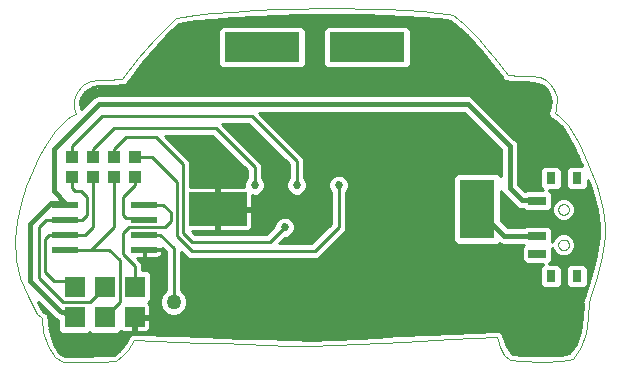
<source format=gbl>
G75*
%MOIN*%
%OFA0B0*%
%FSLAX25Y25*%
%IPPOS*%
%LPD*%
%AMOC8*
5,1,8,0,0,1.08239X$1,22.5*
%
%ADD10C,0.00000*%
%ADD11R,0.25000X0.10000*%
%ADD12R,0.08700X0.02400*%
%ADD13R,0.03150X0.03937*%
%ADD14R,0.05906X0.02756*%
%ADD15R,0.19685X0.11811*%
%ADD16R,0.11811X0.19685*%
%ADD17R,0.07000X0.07000*%
%ADD18R,0.04331X0.03937*%
%ADD19C,0.05000*%
%ADD20C,0.01000*%
%ADD21C,0.02700*%
%ADD22C,0.01600*%
D10*
X0024901Y0013065D02*
X0022581Y0016812D01*
X0021081Y0021589D01*
X0020720Y0026220D01*
X0020294Y0026525D01*
X0019868Y0026830D01*
X0019442Y0027135D01*
X0019016Y0027440D01*
X0015942Y0033553D01*
X0013438Y0039476D01*
X0011861Y0045673D01*
X0011568Y0052611D01*
X0012237Y0058549D01*
X0013530Y0064412D01*
X0015349Y0070147D01*
X0017599Y0075703D01*
X0019728Y0080210D01*
X0022171Y0084588D01*
X0025051Y0088638D01*
X0028492Y0092160D01*
X0029227Y0092729D01*
X0030066Y0093288D01*
X0030991Y0093834D01*
X0031983Y0094365D01*
X0031738Y0095213D01*
X0031474Y0096345D01*
X0031306Y0097550D01*
X0031348Y0098617D01*
X0031810Y0100217D01*
X0032550Y0101743D01*
X0033551Y0103095D01*
X0034795Y0104171D01*
X0036975Y0105119D01*
X0039387Y0105485D01*
X0041898Y0105576D01*
X0044372Y0105703D01*
X0045073Y0105761D01*
X0045870Y0105807D01*
X0046682Y0105842D01*
X0047430Y0105867D01*
X0052749Y0112749D01*
X0055475Y0115999D01*
X0058100Y0118978D01*
X0060514Y0121582D01*
X0062606Y0123704D01*
X0064268Y0125238D01*
X0065389Y0126078D01*
X0067571Y0126663D01*
X0071730Y0127238D01*
X0077412Y0127786D01*
X0084161Y0128286D01*
X0091521Y0128721D01*
X0099036Y0129072D01*
X0106252Y0129320D01*
X0112711Y0129447D01*
X0113066Y0129450D01*
X0113424Y0129454D01*
X0113788Y0129456D01*
X0114155Y0129458D01*
X0114527Y0129459D01*
X0114902Y0129460D01*
X0115282Y0129461D01*
X0115665Y0129461D01*
X0115665Y0129461D01*
X0115665Y0129461D01*
X0121806Y0129414D01*
X0128424Y0129279D01*
X0135155Y0129065D01*
X0141632Y0128783D01*
X0147491Y0128441D01*
X0152366Y0128050D01*
X0155892Y0127619D01*
X0157705Y0127157D01*
X0159380Y0125971D01*
X0161420Y0124156D01*
X0163728Y0121838D01*
X0166209Y0119145D01*
X0168767Y0116204D01*
X0171305Y0113139D01*
X0175939Y0107149D01*
X0176703Y0107124D01*
X0177559Y0107089D01*
X0178410Y0107041D01*
X0179159Y0106980D01*
X0181633Y0106853D01*
X0184144Y0106761D01*
X0186556Y0106396D01*
X0188736Y0105448D01*
X0189975Y0104371D01*
X0190967Y0103017D01*
X0191705Y0101490D01*
X0192183Y0099893D01*
X0192270Y0098549D01*
X0192110Y0097022D01*
X0191832Y0095580D01*
X0191564Y0094491D01*
X0192908Y0093558D01*
X0194109Y0092589D01*
X0195128Y0091603D01*
X0195925Y0090615D01*
X0199546Y0084554D01*
X0202811Y0077589D01*
X0205552Y0070139D01*
X0207602Y0062629D01*
X0208096Y0059747D01*
X0208326Y0056820D01*
X0208319Y0053881D01*
X0208103Y0050958D01*
X0207010Y0045148D01*
X0205298Y0038820D01*
X0203721Y0033732D01*
X0203028Y0031645D01*
X0202588Y0026276D01*
X0201887Y0021148D01*
X0200389Y0016523D01*
X0197555Y0012665D01*
X0193937Y0011933D01*
X0187197Y0011640D01*
X0180382Y0011765D01*
X0176542Y0012287D01*
X0174806Y0014049D01*
X0173476Y0016594D01*
X0172624Y0018883D01*
X0172324Y0019877D01*
X0156821Y0019099D01*
X0141317Y0018321D01*
X0133566Y0017932D01*
X0125814Y0017543D01*
X0118062Y0017154D01*
X0110311Y0016765D01*
X0102948Y0017022D01*
X0095585Y0017278D01*
X0088222Y0017534D01*
X0080859Y0017790D01*
X0073496Y0018047D01*
X0066133Y0018303D01*
X0051407Y0018816D01*
X0050336Y0017159D01*
X0049234Y0015497D01*
X0047716Y0013744D01*
X0045398Y0011816D01*
X0039886Y0011660D01*
X0035667Y0011551D01*
X0031894Y0011502D01*
X0027722Y0011527D01*
X0024901Y0013065D01*
X0192728Y0050594D02*
X0192730Y0050678D01*
X0192736Y0050761D01*
X0192746Y0050844D01*
X0192760Y0050927D01*
X0192777Y0051009D01*
X0192799Y0051090D01*
X0192824Y0051169D01*
X0192853Y0051248D01*
X0192886Y0051325D01*
X0192922Y0051400D01*
X0192962Y0051474D01*
X0193005Y0051546D01*
X0193052Y0051615D01*
X0193102Y0051682D01*
X0193155Y0051747D01*
X0193211Y0051809D01*
X0193269Y0051869D01*
X0193331Y0051926D01*
X0193395Y0051979D01*
X0193462Y0052030D01*
X0193531Y0052077D01*
X0193602Y0052122D01*
X0193675Y0052162D01*
X0193750Y0052199D01*
X0193827Y0052233D01*
X0193905Y0052263D01*
X0193984Y0052289D01*
X0194065Y0052312D01*
X0194147Y0052330D01*
X0194229Y0052345D01*
X0194312Y0052356D01*
X0194395Y0052363D01*
X0194479Y0052366D01*
X0194563Y0052365D01*
X0194646Y0052360D01*
X0194730Y0052351D01*
X0194812Y0052338D01*
X0194894Y0052322D01*
X0194975Y0052301D01*
X0195056Y0052277D01*
X0195134Y0052249D01*
X0195212Y0052217D01*
X0195288Y0052181D01*
X0195362Y0052142D01*
X0195434Y0052100D01*
X0195504Y0052054D01*
X0195572Y0052005D01*
X0195637Y0051953D01*
X0195700Y0051898D01*
X0195760Y0051840D01*
X0195818Y0051779D01*
X0195872Y0051715D01*
X0195924Y0051649D01*
X0195972Y0051581D01*
X0196017Y0051510D01*
X0196058Y0051437D01*
X0196097Y0051363D01*
X0196131Y0051287D01*
X0196162Y0051209D01*
X0196189Y0051130D01*
X0196213Y0051049D01*
X0196232Y0050968D01*
X0196248Y0050886D01*
X0196260Y0050803D01*
X0196268Y0050719D01*
X0196272Y0050636D01*
X0196272Y0050552D01*
X0196268Y0050469D01*
X0196260Y0050385D01*
X0196248Y0050302D01*
X0196232Y0050220D01*
X0196213Y0050139D01*
X0196189Y0050058D01*
X0196162Y0049979D01*
X0196131Y0049901D01*
X0196097Y0049825D01*
X0196058Y0049751D01*
X0196017Y0049678D01*
X0195972Y0049607D01*
X0195924Y0049539D01*
X0195872Y0049473D01*
X0195818Y0049409D01*
X0195760Y0049348D01*
X0195700Y0049290D01*
X0195637Y0049235D01*
X0195572Y0049183D01*
X0195504Y0049134D01*
X0195434Y0049088D01*
X0195362Y0049046D01*
X0195288Y0049007D01*
X0195212Y0048971D01*
X0195134Y0048939D01*
X0195056Y0048911D01*
X0194975Y0048887D01*
X0194894Y0048866D01*
X0194812Y0048850D01*
X0194730Y0048837D01*
X0194646Y0048828D01*
X0194563Y0048823D01*
X0194479Y0048822D01*
X0194395Y0048825D01*
X0194312Y0048832D01*
X0194229Y0048843D01*
X0194147Y0048858D01*
X0194065Y0048876D01*
X0193984Y0048899D01*
X0193905Y0048925D01*
X0193827Y0048955D01*
X0193750Y0048989D01*
X0193675Y0049026D01*
X0193602Y0049066D01*
X0193531Y0049111D01*
X0193462Y0049158D01*
X0193395Y0049209D01*
X0193331Y0049262D01*
X0193269Y0049319D01*
X0193211Y0049379D01*
X0193155Y0049441D01*
X0193102Y0049506D01*
X0193052Y0049573D01*
X0193005Y0049642D01*
X0192962Y0049714D01*
X0192922Y0049788D01*
X0192886Y0049863D01*
X0192853Y0049940D01*
X0192824Y0050019D01*
X0192799Y0050098D01*
X0192777Y0050179D01*
X0192760Y0050261D01*
X0192746Y0050344D01*
X0192736Y0050427D01*
X0192730Y0050510D01*
X0192728Y0050594D01*
X0192728Y0062406D02*
X0192730Y0062490D01*
X0192736Y0062573D01*
X0192746Y0062656D01*
X0192760Y0062739D01*
X0192777Y0062821D01*
X0192799Y0062902D01*
X0192824Y0062981D01*
X0192853Y0063060D01*
X0192886Y0063137D01*
X0192922Y0063212D01*
X0192962Y0063286D01*
X0193005Y0063358D01*
X0193052Y0063427D01*
X0193102Y0063494D01*
X0193155Y0063559D01*
X0193211Y0063621D01*
X0193269Y0063681D01*
X0193331Y0063738D01*
X0193395Y0063791D01*
X0193462Y0063842D01*
X0193531Y0063889D01*
X0193602Y0063934D01*
X0193675Y0063974D01*
X0193750Y0064011D01*
X0193827Y0064045D01*
X0193905Y0064075D01*
X0193984Y0064101D01*
X0194065Y0064124D01*
X0194147Y0064142D01*
X0194229Y0064157D01*
X0194312Y0064168D01*
X0194395Y0064175D01*
X0194479Y0064178D01*
X0194563Y0064177D01*
X0194646Y0064172D01*
X0194730Y0064163D01*
X0194812Y0064150D01*
X0194894Y0064134D01*
X0194975Y0064113D01*
X0195056Y0064089D01*
X0195134Y0064061D01*
X0195212Y0064029D01*
X0195288Y0063993D01*
X0195362Y0063954D01*
X0195434Y0063912D01*
X0195504Y0063866D01*
X0195572Y0063817D01*
X0195637Y0063765D01*
X0195700Y0063710D01*
X0195760Y0063652D01*
X0195818Y0063591D01*
X0195872Y0063527D01*
X0195924Y0063461D01*
X0195972Y0063393D01*
X0196017Y0063322D01*
X0196058Y0063249D01*
X0196097Y0063175D01*
X0196131Y0063099D01*
X0196162Y0063021D01*
X0196189Y0062942D01*
X0196213Y0062861D01*
X0196232Y0062780D01*
X0196248Y0062698D01*
X0196260Y0062615D01*
X0196268Y0062531D01*
X0196272Y0062448D01*
X0196272Y0062364D01*
X0196268Y0062281D01*
X0196260Y0062197D01*
X0196248Y0062114D01*
X0196232Y0062032D01*
X0196213Y0061951D01*
X0196189Y0061870D01*
X0196162Y0061791D01*
X0196131Y0061713D01*
X0196097Y0061637D01*
X0196058Y0061563D01*
X0196017Y0061490D01*
X0195972Y0061419D01*
X0195924Y0061351D01*
X0195872Y0061285D01*
X0195818Y0061221D01*
X0195760Y0061160D01*
X0195700Y0061102D01*
X0195637Y0061047D01*
X0195572Y0060995D01*
X0195504Y0060946D01*
X0195434Y0060900D01*
X0195362Y0060858D01*
X0195288Y0060819D01*
X0195212Y0060783D01*
X0195134Y0060751D01*
X0195056Y0060723D01*
X0194975Y0060699D01*
X0194894Y0060678D01*
X0194812Y0060662D01*
X0194730Y0060649D01*
X0194646Y0060640D01*
X0194563Y0060635D01*
X0194479Y0060634D01*
X0194395Y0060637D01*
X0194312Y0060644D01*
X0194229Y0060655D01*
X0194147Y0060670D01*
X0194065Y0060688D01*
X0193984Y0060711D01*
X0193905Y0060737D01*
X0193827Y0060767D01*
X0193750Y0060801D01*
X0193675Y0060838D01*
X0193602Y0060878D01*
X0193531Y0060923D01*
X0193462Y0060970D01*
X0193395Y0061021D01*
X0193331Y0061074D01*
X0193269Y0061131D01*
X0193211Y0061191D01*
X0193155Y0061253D01*
X0193102Y0061318D01*
X0193052Y0061385D01*
X0193005Y0061454D01*
X0192962Y0061526D01*
X0192922Y0061600D01*
X0192886Y0061675D01*
X0192853Y0061752D01*
X0192824Y0061831D01*
X0192799Y0061910D01*
X0192777Y0061991D01*
X0192760Y0062073D01*
X0192746Y0062156D01*
X0192736Y0062239D01*
X0192730Y0062322D01*
X0192728Y0062406D01*
D11*
X0129000Y0116500D03*
X0094000Y0116500D03*
D12*
X0054800Y0064000D03*
X0054800Y0059000D03*
X0054800Y0054000D03*
X0054800Y0049000D03*
X0028300Y0049000D03*
X0028300Y0054000D03*
X0028300Y0059000D03*
X0028300Y0064000D03*
D13*
X0190169Y0072839D03*
X0198831Y0072839D03*
X0198831Y0040161D03*
X0190169Y0040161D03*
D14*
X0185642Y0047642D03*
X0185642Y0053547D03*
X0185642Y0065358D03*
D15*
X0079193Y0062500D03*
D16*
X0165807Y0062500D03*
D17*
X0051500Y0036500D03*
X0041500Y0036500D03*
X0031500Y0036500D03*
X0031500Y0026500D03*
X0041500Y0026500D03*
X0051500Y0026500D03*
D18*
X0051500Y0073154D03*
X0051500Y0079846D03*
X0044500Y0079846D03*
X0037500Y0079846D03*
X0030500Y0079846D03*
X0030500Y0073154D03*
X0037500Y0073154D03*
X0044500Y0073154D03*
D19*
X0064500Y0031500D03*
D20*
X0064500Y0049500D01*
X0060000Y0054000D01*
X0054800Y0054000D01*
X0049500Y0056500D02*
X0061500Y0056500D01*
X0063500Y0058500D01*
X0063500Y0061500D01*
X0061000Y0064000D01*
X0054800Y0064000D01*
X0054300Y0059500D02*
X0048500Y0059500D01*
X0047500Y0060500D01*
X0047500Y0066500D01*
X0051500Y0070500D01*
X0051500Y0073154D01*
X0051500Y0079846D02*
X0057154Y0079846D01*
X0065500Y0071500D01*
X0065500Y0053500D01*
X0070500Y0048500D01*
X0111500Y0048500D01*
X0119500Y0056500D01*
X0119500Y0070500D01*
X0122950Y0070412D02*
X0157802Y0070412D01*
X0157802Y0069414D02*
X0122784Y0069414D01*
X0122950Y0069814D02*
X0122950Y0071186D01*
X0122425Y0072454D01*
X0121454Y0073425D01*
X0120186Y0073950D01*
X0118814Y0073950D01*
X0117546Y0073425D01*
X0116575Y0072454D01*
X0116050Y0071186D01*
X0116050Y0069814D01*
X0116575Y0068546D01*
X0116900Y0068221D01*
X0116900Y0057577D01*
X0110423Y0051100D01*
X0099777Y0051100D01*
X0101727Y0053050D01*
X0102186Y0053050D01*
X0103454Y0053575D01*
X0104425Y0054546D01*
X0104950Y0055814D01*
X0104950Y0057186D01*
X0104425Y0058454D01*
X0103454Y0059425D01*
X0102186Y0059950D01*
X0100814Y0059950D01*
X0099546Y0059425D01*
X0098575Y0058454D01*
X0098050Y0057186D01*
X0098050Y0056727D01*
X0095423Y0054100D01*
X0071577Y0054100D01*
X0070582Y0055094D01*
X0078693Y0055094D01*
X0078693Y0062000D01*
X0079693Y0062000D01*
X0079693Y0063000D01*
X0090535Y0063000D01*
X0090535Y0067165D01*
X0090814Y0067050D01*
X0092186Y0067050D01*
X0093454Y0067575D01*
X0094425Y0068546D01*
X0094950Y0069814D01*
X0094950Y0071186D01*
X0094425Y0072454D01*
X0094100Y0072779D01*
X0094100Y0077017D01*
X0093704Y0077973D01*
X0092973Y0078704D01*
X0080777Y0090900D01*
X0089423Y0090900D01*
X0102900Y0077423D01*
X0102900Y0072779D01*
X0102575Y0072454D01*
X0102050Y0071186D01*
X0102050Y0069814D01*
X0102575Y0068546D01*
X0103546Y0067575D01*
X0104814Y0067050D01*
X0106186Y0067050D01*
X0107454Y0067575D01*
X0108425Y0068546D01*
X0108950Y0069814D01*
X0108950Y0071186D01*
X0108425Y0072454D01*
X0108100Y0072779D01*
X0108100Y0079017D01*
X0107704Y0079973D01*
X0106973Y0080704D01*
X0106973Y0080704D01*
X0093077Y0094600D01*
X0161299Y0094600D01*
X0173600Y0082299D01*
X0173600Y0073425D01*
X0172582Y0074443D01*
X0159032Y0074443D01*
X0157802Y0073212D01*
X0157802Y0051788D01*
X0159032Y0050557D01*
X0172582Y0050557D01*
X0173115Y0051090D01*
X0173117Y0051089D01*
X0174183Y0050647D01*
X0181241Y0050647D01*
X0181294Y0050594D01*
X0180589Y0049890D01*
X0180589Y0045394D01*
X0181819Y0044164D01*
X0187659Y0044164D01*
X0186494Y0043000D01*
X0186494Y0037323D01*
X0187725Y0036093D01*
X0192614Y0036093D01*
X0193844Y0037323D01*
X0193844Y0043000D01*
X0192614Y0044230D01*
X0189530Y0044230D01*
X0190694Y0045394D01*
X0190694Y0049665D01*
X0191218Y0048401D01*
X0192307Y0047312D01*
X0193730Y0046723D01*
X0195270Y0046723D01*
X0196693Y0047312D01*
X0197782Y0048401D01*
X0198372Y0049824D01*
X0198372Y0051365D01*
X0197782Y0052788D01*
X0196693Y0053877D01*
X0195270Y0054466D01*
X0193730Y0054466D01*
X0192307Y0053877D01*
X0191218Y0052788D01*
X0190694Y0051524D01*
X0190694Y0055795D01*
X0189464Y0057025D01*
X0181819Y0057025D01*
X0181241Y0056447D01*
X0175961Y0056447D01*
X0173813Y0058596D01*
X0173813Y0068410D01*
X0174041Y0067857D01*
X0178041Y0063857D01*
X0178857Y0063041D01*
X0179923Y0062600D01*
X0181099Y0062600D01*
X0181819Y0061880D01*
X0189464Y0061880D01*
X0190628Y0063044D01*
X0190628Y0061635D01*
X0191218Y0060212D01*
X0192307Y0059123D01*
X0193730Y0058534D01*
X0195270Y0058534D01*
X0196693Y0059123D01*
X0197782Y0060212D01*
X0198372Y0061635D01*
X0198372Y0063176D01*
X0197782Y0064599D01*
X0196693Y0065688D01*
X0195270Y0066277D01*
X0193730Y0066277D01*
X0192307Y0065688D01*
X0191218Y0064599D01*
X0190694Y0063335D01*
X0190694Y0067606D01*
X0189530Y0068770D01*
X0192614Y0068770D01*
X0193844Y0070000D01*
X0193844Y0075677D01*
X0192614Y0076907D01*
X0187725Y0076907D01*
X0186494Y0075677D01*
X0186494Y0070000D01*
X0187659Y0068836D01*
X0181819Y0068836D01*
X0181542Y0068559D01*
X0179400Y0070701D01*
X0179400Y0084077D01*
X0178958Y0085143D01*
X0178143Y0085958D01*
X0164143Y0099958D01*
X0163077Y0100400D01*
X0038923Y0100400D01*
X0037857Y0099958D01*
X0037041Y0099143D01*
X0033746Y0095847D01*
X0033541Y0096729D01*
X0033412Y0097655D01*
X0033436Y0098279D01*
X0033778Y0099461D01*
X0034355Y0100651D01*
X0035101Y0101659D01*
X0035927Y0102373D01*
X0037561Y0103084D01*
X0039583Y0103390D01*
X0041123Y0103446D01*
X0041137Y0103434D01*
X0041990Y0103478D01*
X0042843Y0103509D01*
X0042856Y0103523D01*
X0043649Y0103563D01*
X0043678Y0103539D01*
X0044513Y0103608D01*
X0045349Y0103651D01*
X0045371Y0103675D01*
X0045975Y0103710D01*
X0046744Y0103743D01*
X0046834Y0103674D01*
X0047599Y0103772D01*
X0048370Y0103798D01*
X0048447Y0103880D01*
X0048559Y0103895D01*
X0049031Y0104505D01*
X0049558Y0105069D01*
X0049554Y0105182D01*
X0054385Y0111432D01*
X0057068Y0114630D01*
X0059659Y0117570D01*
X0062032Y0120131D01*
X0064067Y0122195D01*
X0065613Y0123622D01*
X0066324Y0124154D01*
X0067988Y0124601D01*
X0071975Y0125152D01*
X0077591Y0125693D01*
X0084300Y0126191D01*
X0091632Y0126624D01*
X0099121Y0126974D01*
X0106308Y0127221D01*
X0112742Y0127347D01*
X0113117Y0127351D01*
X0113441Y0127354D01*
X0113780Y0127356D01*
X0114163Y0127358D01*
X0114537Y0127359D01*
X0114902Y0127360D01*
X0115171Y0127361D01*
X0115504Y0127194D01*
X0115605Y0127228D01*
X0115705Y0127188D01*
X0116095Y0127358D01*
X0121776Y0127314D01*
X0128369Y0127180D01*
X0135075Y0126967D01*
X0141525Y0126686D01*
X0147345Y0126346D01*
X0152154Y0125960D01*
X0155504Y0125551D01*
X0156809Y0125218D01*
X0158071Y0124325D01*
X0159977Y0122629D01*
X0162211Y0120386D01*
X0164645Y0117745D01*
X0167166Y0114845D01*
X0169665Y0111827D01*
X0173816Y0106461D01*
X0173812Y0106347D01*
X0174339Y0105785D01*
X0174810Y0105176D01*
X0174924Y0105162D01*
X0175002Y0105078D01*
X0175772Y0105053D01*
X0176536Y0104956D01*
X0176626Y0105026D01*
X0177457Y0104991D01*
X0178160Y0104952D01*
X0178182Y0104928D01*
X0179019Y0104885D01*
X0179855Y0104816D01*
X0179883Y0104840D01*
X0180675Y0104799D01*
X0180688Y0104786D01*
X0181541Y0104755D01*
X0182394Y0104711D01*
X0182408Y0104723D01*
X0183948Y0104667D01*
X0185970Y0104361D01*
X0187602Y0103651D01*
X0188420Y0102940D01*
X0189160Y0101930D01*
X0189741Y0100727D01*
X0190103Y0099520D01*
X0190163Y0098592D01*
X0190031Y0097331D01*
X0189780Y0096030D01*
X0189618Y0095370D01*
X0189343Y0094974D01*
X0189418Y0094559D01*
X0189317Y0094148D01*
X0189566Y0093736D01*
X0189652Y0093262D01*
X0189999Y0093021D01*
X0190217Y0092660D01*
X0190685Y0092545D01*
X0191648Y0091876D01*
X0192717Y0091014D01*
X0193575Y0090184D01*
X0194198Y0089411D01*
X0197689Y0083568D01*
X0200811Y0076907D01*
X0196386Y0076907D01*
X0195156Y0075677D01*
X0195156Y0070000D01*
X0196386Y0068770D01*
X0201275Y0068770D01*
X0202505Y0070000D01*
X0202505Y0072338D01*
X0203550Y0069499D01*
X0205549Y0062175D01*
X0206010Y0059487D01*
X0206225Y0056740D01*
X0206219Y0053961D01*
X0206017Y0051231D01*
X0204961Y0045617D01*
X0203281Y0039405D01*
X0201721Y0034374D01*
X0201220Y0032865D01*
X0201006Y0032683D01*
X0200955Y0032067D01*
X0200760Y0031481D01*
X0200887Y0031229D01*
X0200499Y0026504D01*
X0199832Y0021618D01*
X0198496Y0017493D01*
X0196343Y0014562D01*
X0193682Y0014024D01*
X0187170Y0013741D01*
X0180543Y0013862D01*
X0177535Y0014271D01*
X0176522Y0015299D01*
X0175398Y0017450D01*
X0174616Y0019554D01*
X0174409Y0020238D01*
X0174378Y0020851D01*
X0174166Y0021043D01*
X0174083Y0021317D01*
X0173543Y0021607D01*
X0173088Y0022018D01*
X0172802Y0022004D01*
X0172550Y0022139D01*
X0171963Y0021962D01*
X0157584Y0021240D01*
X0157584Y0021240D01*
X0140769Y0020396D01*
X0134329Y0020073D01*
X0134329Y0020073D01*
X0133729Y0020043D01*
X0132592Y0019986D01*
X0125300Y0019620D01*
X0118826Y0019295D01*
X0118187Y0019263D01*
X0117088Y0019208D01*
X0110294Y0018867D01*
X0103890Y0019090D01*
X0103890Y0019090D01*
X0103696Y0019097D01*
X0102151Y0019151D01*
X0102151Y0019151D01*
X0095196Y0019393D01*
X0089164Y0019603D01*
X0088973Y0019609D01*
X0087426Y0019663D01*
X0080481Y0019905D01*
X0074438Y0020115D01*
X0065337Y0020432D01*
X0052061Y0020894D01*
X0051818Y0021051D01*
X0051221Y0020923D01*
X0050611Y0020945D01*
X0050400Y0020747D01*
X0050117Y0020687D01*
X0049785Y0020174D01*
X0049339Y0019758D01*
X0049329Y0019469D01*
X0048579Y0018310D01*
X0047558Y0016769D01*
X0046241Y0015248D01*
X0044613Y0013894D01*
X0039831Y0013759D01*
X0035626Y0013650D01*
X0031887Y0013602D01*
X0028264Y0013623D01*
X0026394Y0014643D01*
X0024506Y0017693D01*
X0023156Y0021990D01*
X0022873Y0025620D01*
X0022933Y0025705D01*
X0022806Y0026474D01*
X0022746Y0027251D01*
X0022666Y0027318D01*
X0022649Y0027421D01*
X0022224Y0027726D01*
X0022016Y0027875D01*
X0021423Y0028381D01*
X0021320Y0028373D01*
X0020700Y0028817D01*
X0020660Y0028846D01*
X0019250Y0031648D01*
X0024054Y0026844D01*
X0024062Y0026827D01*
X0024462Y0026437D01*
X0024857Y0026041D01*
X0024874Y0026034D01*
X0024887Y0026022D01*
X0025406Y0025814D01*
X0025900Y0025610D01*
X0025900Y0022130D01*
X0027130Y0020900D01*
X0035870Y0020900D01*
X0036500Y0021530D01*
X0037130Y0020900D01*
X0045870Y0020900D01*
X0046924Y0021954D01*
X0047079Y0021800D01*
X0047421Y0021602D01*
X0047803Y0021500D01*
X0051000Y0021500D01*
X0051000Y0026000D01*
X0052000Y0026000D01*
X0052000Y0027000D01*
X0056500Y0027000D01*
X0056500Y0030197D01*
X0056398Y0030579D01*
X0056200Y0030921D01*
X0056046Y0031076D01*
X0057100Y0032130D01*
X0057100Y0040870D01*
X0055870Y0042100D01*
X0054100Y0042100D01*
X0054100Y0044017D01*
X0053704Y0044973D01*
X0052377Y0046300D01*
X0054700Y0046300D01*
X0054700Y0048900D01*
X0054900Y0048900D01*
X0054900Y0049100D01*
X0060650Y0049100D01*
X0060650Y0049673D01*
X0061900Y0048423D01*
X0061900Y0035402D01*
X0061894Y0035400D01*
X0060600Y0034106D01*
X0059900Y0032415D01*
X0059900Y0030585D01*
X0060600Y0028894D01*
X0061894Y0027600D01*
X0063585Y0026900D01*
X0065415Y0026900D01*
X0067106Y0027600D01*
X0068400Y0028894D01*
X0069100Y0030585D01*
X0069100Y0032415D01*
X0068400Y0034106D01*
X0067106Y0035400D01*
X0067100Y0035402D01*
X0067100Y0048223D01*
X0068296Y0047027D01*
X0069027Y0046296D01*
X0069983Y0045900D01*
X0112017Y0045900D01*
X0112973Y0046296D01*
X0120973Y0054296D01*
X0121704Y0055027D01*
X0122100Y0055983D01*
X0122100Y0068221D01*
X0122425Y0068546D01*
X0122950Y0069814D01*
X0122294Y0068415D02*
X0157802Y0068415D01*
X0157802Y0067417D02*
X0122100Y0067417D01*
X0122100Y0066418D02*
X0157802Y0066418D01*
X0157802Y0065420D02*
X0122100Y0065420D01*
X0122100Y0064421D02*
X0157802Y0064421D01*
X0157802Y0063423D02*
X0122100Y0063423D01*
X0122100Y0062424D02*
X0157802Y0062424D01*
X0157802Y0061426D02*
X0122100Y0061426D01*
X0122100Y0060427D02*
X0157802Y0060427D01*
X0157802Y0059429D02*
X0122100Y0059429D01*
X0122100Y0058430D02*
X0157802Y0058430D01*
X0157802Y0057432D02*
X0122100Y0057432D01*
X0122100Y0056433D02*
X0157802Y0056433D01*
X0157802Y0055434D02*
X0121873Y0055434D01*
X0121113Y0054436D02*
X0157802Y0054436D01*
X0157802Y0053437D02*
X0120114Y0053437D01*
X0119116Y0052439D02*
X0157802Y0052439D01*
X0158149Y0051440D02*
X0118117Y0051440D01*
X0117119Y0050442D02*
X0181141Y0050442D01*
X0180589Y0049443D02*
X0116120Y0049443D01*
X0115122Y0048445D02*
X0180589Y0048445D01*
X0180589Y0047446D02*
X0114123Y0047446D01*
X0113125Y0046448D02*
X0180589Y0046448D01*
X0180589Y0045449D02*
X0067100Y0045449D01*
X0067100Y0044451D02*
X0181532Y0044451D01*
X0186494Y0042454D02*
X0067100Y0042454D01*
X0067100Y0043452D02*
X0186947Y0043452D01*
X0186494Y0041455D02*
X0067100Y0041455D01*
X0067100Y0040457D02*
X0186494Y0040457D01*
X0186494Y0039458D02*
X0067100Y0039458D01*
X0067100Y0038460D02*
X0186494Y0038460D01*
X0186494Y0037461D02*
X0067100Y0037461D01*
X0067100Y0036463D02*
X0187355Y0036463D01*
X0192984Y0036463D02*
X0196016Y0036463D01*
X0196386Y0036093D02*
X0195156Y0037323D01*
X0195156Y0043000D01*
X0196386Y0044230D01*
X0201275Y0044230D01*
X0202505Y0043000D01*
X0202505Y0037323D01*
X0201275Y0036093D01*
X0196386Y0036093D01*
X0195156Y0037461D02*
X0193844Y0037461D01*
X0193844Y0038460D02*
X0195156Y0038460D01*
X0195156Y0039458D02*
X0193844Y0039458D01*
X0193844Y0040457D02*
X0195156Y0040457D01*
X0195156Y0041455D02*
X0193844Y0041455D01*
X0193844Y0042454D02*
X0195156Y0042454D01*
X0195609Y0043452D02*
X0193391Y0043452D01*
X0190694Y0045449D02*
X0204916Y0045449D01*
X0205117Y0046448D02*
X0190694Y0046448D01*
X0190694Y0047446D02*
X0192173Y0047446D01*
X0191200Y0048445D02*
X0190694Y0048445D01*
X0190694Y0049443D02*
X0190786Y0049443D01*
X0190694Y0052439D02*
X0191073Y0052439D01*
X0190694Y0053437D02*
X0191868Y0053437D01*
X0190694Y0054436D02*
X0193657Y0054436D01*
X0195343Y0054436D02*
X0206220Y0054436D01*
X0206222Y0055434D02*
X0190694Y0055434D01*
X0190057Y0056433D02*
X0206225Y0056433D01*
X0206171Y0057432D02*
X0174977Y0057432D01*
X0173978Y0058430D02*
X0206093Y0058430D01*
X0206014Y0059429D02*
X0196998Y0059429D01*
X0197871Y0060427D02*
X0205849Y0060427D01*
X0205678Y0061426D02*
X0198285Y0061426D01*
X0198372Y0062424D02*
X0205481Y0062424D01*
X0205209Y0063423D02*
X0198269Y0063423D01*
X0197856Y0064421D02*
X0204936Y0064421D01*
X0204664Y0065420D02*
X0196961Y0065420D01*
X0192039Y0065420D02*
X0190694Y0065420D01*
X0190694Y0066418D02*
X0204391Y0066418D01*
X0204119Y0067417D02*
X0190694Y0067417D01*
X0189885Y0068415D02*
X0203846Y0068415D01*
X0203574Y0069414D02*
X0201919Y0069414D01*
X0202505Y0070412D02*
X0203214Y0070412D01*
X0202847Y0071411D02*
X0202505Y0071411D01*
X0195742Y0069414D02*
X0193258Y0069414D01*
X0193844Y0070412D02*
X0195156Y0070412D01*
X0195156Y0071411D02*
X0193844Y0071411D01*
X0193844Y0072409D02*
X0195156Y0072409D01*
X0195156Y0073408D02*
X0193844Y0073408D01*
X0193844Y0074406D02*
X0195156Y0074406D01*
X0195156Y0075405D02*
X0193844Y0075405D01*
X0193118Y0076403D02*
X0195882Y0076403D01*
X0200111Y0078400D02*
X0179400Y0078400D01*
X0179400Y0077402D02*
X0200579Y0077402D01*
X0199643Y0079399D02*
X0179400Y0079399D01*
X0179400Y0080397D02*
X0199175Y0080397D01*
X0198707Y0081396D02*
X0179400Y0081396D01*
X0179400Y0082394D02*
X0198239Y0082394D01*
X0197771Y0083393D02*
X0179400Y0083393D01*
X0179270Y0084391D02*
X0197197Y0084391D01*
X0196600Y0085390D02*
X0178711Y0085390D01*
X0177713Y0086388D02*
X0196004Y0086388D01*
X0195407Y0087387D02*
X0176714Y0087387D01*
X0175716Y0088385D02*
X0194811Y0088385D01*
X0194214Y0089384D02*
X0174717Y0089384D01*
X0173719Y0090382D02*
X0193369Y0090382D01*
X0192262Y0091381D02*
X0172720Y0091381D01*
X0171722Y0092379D02*
X0190923Y0092379D01*
X0189631Y0093378D02*
X0170723Y0093378D01*
X0169725Y0094376D02*
X0189373Y0094376D01*
X0189619Y0095375D02*
X0168726Y0095375D01*
X0167728Y0096373D02*
X0189846Y0096373D01*
X0190035Y0097372D02*
X0166729Y0097372D01*
X0165731Y0098370D02*
X0190140Y0098370D01*
X0190113Y0099369D02*
X0164732Y0099369D01*
X0163155Y0100368D02*
X0189849Y0100368D01*
X0189432Y0101366D02*
X0034884Y0101366D01*
X0034217Y0100368D02*
X0038845Y0100368D01*
X0037268Y0099369D02*
X0033751Y0099369D01*
X0033462Y0098370D02*
X0036269Y0098370D01*
X0035271Y0097372D02*
X0033451Y0097372D01*
X0033624Y0096373D02*
X0034272Y0096373D01*
X0040500Y0093500D02*
X0090500Y0093500D01*
X0105500Y0078500D01*
X0105500Y0070500D01*
X0102557Y0072409D02*
X0094443Y0072409D01*
X0094100Y0073408D02*
X0102900Y0073408D01*
X0102900Y0074406D02*
X0094100Y0074406D01*
X0094100Y0075405D02*
X0102900Y0075405D01*
X0102900Y0076403D02*
X0094100Y0076403D01*
X0093941Y0077402D02*
X0102900Y0077402D01*
X0101923Y0078400D02*
X0093277Y0078400D01*
X0092278Y0079399D02*
X0100924Y0079399D01*
X0099926Y0080397D02*
X0091280Y0080397D01*
X0090281Y0081396D02*
X0098927Y0081396D01*
X0097929Y0082394D02*
X0089283Y0082394D01*
X0088284Y0083393D02*
X0096930Y0083393D01*
X0095932Y0084391D02*
X0087286Y0084391D01*
X0086287Y0085390D02*
X0094933Y0085390D01*
X0093935Y0086388D02*
X0085289Y0086388D01*
X0084290Y0087387D02*
X0092936Y0087387D01*
X0091938Y0088385D02*
X0083292Y0088385D01*
X0082293Y0089384D02*
X0090939Y0089384D01*
X0089941Y0090382D02*
X0081295Y0090382D01*
X0078500Y0089500D02*
X0091500Y0076500D01*
X0091500Y0070500D01*
X0088050Y0070412D02*
X0070100Y0070412D01*
X0070100Y0069905D02*
X0070100Y0078017D01*
X0069704Y0078973D01*
X0068973Y0079704D01*
X0061777Y0086900D01*
X0077423Y0086900D01*
X0088900Y0075423D01*
X0088900Y0072779D01*
X0088575Y0072454D01*
X0088050Y0071186D01*
X0088050Y0069905D01*
X0079693Y0069905D01*
X0079693Y0063000D01*
X0078693Y0063000D01*
X0078693Y0069905D01*
X0070100Y0069905D01*
X0070100Y0071411D02*
X0088143Y0071411D01*
X0088557Y0072409D02*
X0070100Y0072409D01*
X0070100Y0073408D02*
X0088900Y0073408D01*
X0088900Y0074406D02*
X0070100Y0074406D01*
X0070100Y0075405D02*
X0088900Y0075405D01*
X0087920Y0076403D02*
X0070100Y0076403D01*
X0070100Y0077402D02*
X0086921Y0077402D01*
X0085923Y0078400D02*
X0069941Y0078400D01*
X0069278Y0079399D02*
X0084924Y0079399D01*
X0083926Y0080397D02*
X0068280Y0080397D01*
X0067281Y0081396D02*
X0082927Y0081396D01*
X0081929Y0082394D02*
X0066283Y0082394D01*
X0065284Y0083393D02*
X0080930Y0083393D01*
X0079932Y0084391D02*
X0064286Y0084391D01*
X0063287Y0085390D02*
X0078933Y0085390D01*
X0077935Y0086388D02*
X0062289Y0086388D01*
X0058500Y0086500D02*
X0067500Y0077500D01*
X0067500Y0054500D01*
X0070500Y0051500D01*
X0096500Y0051500D01*
X0101500Y0056500D01*
X0098152Y0057432D02*
X0090535Y0057432D01*
X0090535Y0058430D02*
X0098565Y0058430D01*
X0099555Y0059429D02*
X0090535Y0059429D01*
X0090535Y0060427D02*
X0116900Y0060427D01*
X0116900Y0059429D02*
X0103445Y0059429D01*
X0104435Y0058430D02*
X0116900Y0058430D01*
X0116755Y0057432D02*
X0104848Y0057432D01*
X0104950Y0056433D02*
X0115756Y0056433D01*
X0114758Y0055434D02*
X0104793Y0055434D01*
X0104315Y0054436D02*
X0113759Y0054436D01*
X0112761Y0053437D02*
X0103122Y0053437D01*
X0101116Y0052439D02*
X0111762Y0052439D01*
X0110764Y0051440D02*
X0100117Y0051440D01*
X0096758Y0055434D02*
X0089997Y0055434D01*
X0089956Y0055394D02*
X0090236Y0055673D01*
X0090433Y0056016D01*
X0090535Y0056397D01*
X0090535Y0062000D01*
X0079693Y0062000D01*
X0079693Y0055094D01*
X0089233Y0055094D01*
X0089614Y0055197D01*
X0089956Y0055394D01*
X0090535Y0056433D02*
X0097756Y0056433D01*
X0095759Y0054436D02*
X0071241Y0054436D01*
X0078693Y0055434D02*
X0079693Y0055434D01*
X0079693Y0056433D02*
X0078693Y0056433D01*
X0078693Y0057432D02*
X0079693Y0057432D01*
X0079693Y0058430D02*
X0078693Y0058430D01*
X0078693Y0059429D02*
X0079693Y0059429D01*
X0079693Y0060427D02*
X0078693Y0060427D01*
X0078693Y0061426D02*
X0079693Y0061426D01*
X0079693Y0062424D02*
X0116900Y0062424D01*
X0116900Y0061426D02*
X0090535Y0061426D01*
X0090535Y0063423D02*
X0116900Y0063423D01*
X0116900Y0064421D02*
X0090535Y0064421D01*
X0090535Y0065420D02*
X0116900Y0065420D01*
X0116900Y0066418D02*
X0090535Y0066418D01*
X0093071Y0067417D02*
X0103929Y0067417D01*
X0102706Y0068415D02*
X0094294Y0068415D01*
X0094784Y0069414D02*
X0102216Y0069414D01*
X0102050Y0070412D02*
X0094950Y0070412D01*
X0094857Y0071411D02*
X0102143Y0071411D01*
X0108100Y0073408D02*
X0117529Y0073408D01*
X0116557Y0072409D02*
X0108443Y0072409D01*
X0108857Y0071411D02*
X0116143Y0071411D01*
X0116050Y0070412D02*
X0108950Y0070412D01*
X0108784Y0069414D02*
X0116216Y0069414D01*
X0116706Y0068415D02*
X0108294Y0068415D01*
X0107071Y0067417D02*
X0116900Y0067417D01*
X0122857Y0071411D02*
X0157802Y0071411D01*
X0157802Y0072409D02*
X0122443Y0072409D01*
X0121471Y0073408D02*
X0157997Y0073408D01*
X0158995Y0074406D02*
X0108100Y0074406D01*
X0108100Y0075405D02*
X0173600Y0075405D01*
X0173600Y0076403D02*
X0108100Y0076403D01*
X0108100Y0077402D02*
X0173600Y0077402D01*
X0173600Y0078400D02*
X0108100Y0078400D01*
X0107942Y0079399D02*
X0173600Y0079399D01*
X0173600Y0080397D02*
X0107280Y0080397D01*
X0106281Y0081396D02*
X0173600Y0081396D01*
X0173504Y0082394D02*
X0105283Y0082394D01*
X0104284Y0083393D02*
X0172506Y0083393D01*
X0171507Y0084391D02*
X0103286Y0084391D01*
X0102287Y0085390D02*
X0170509Y0085390D01*
X0169510Y0086388D02*
X0101289Y0086388D01*
X0100290Y0087387D02*
X0168512Y0087387D01*
X0167513Y0088385D02*
X0099292Y0088385D01*
X0098293Y0089384D02*
X0166515Y0089384D01*
X0165516Y0090382D02*
X0097295Y0090382D01*
X0096296Y0091381D02*
X0164518Y0091381D01*
X0163519Y0092379D02*
X0095298Y0092379D01*
X0094299Y0093378D02*
X0162521Y0093378D01*
X0161522Y0094376D02*
X0093300Y0094376D01*
X0078500Y0089500D02*
X0044500Y0089500D01*
X0037500Y0082500D01*
X0037500Y0079846D01*
X0030500Y0079846D02*
X0030500Y0083500D01*
X0040500Y0093500D01*
X0048500Y0086500D02*
X0058500Y0086500D01*
X0048500Y0086500D02*
X0044500Y0082500D01*
X0044500Y0079846D01*
X0044500Y0073154D02*
X0044500Y0056500D01*
X0037000Y0049000D01*
X0043000Y0049000D01*
X0046500Y0045500D01*
X0046500Y0031500D01*
X0041500Y0026500D01*
X0046455Y0021485D02*
X0162468Y0021485D01*
X0173769Y0021485D02*
X0199789Y0021485D01*
X0199950Y0022484D02*
X0056415Y0022484D01*
X0056398Y0022421D02*
X0056500Y0022803D01*
X0056500Y0026000D01*
X0052000Y0026000D01*
X0052000Y0021500D01*
X0055197Y0021500D01*
X0055579Y0021602D01*
X0055921Y0021800D01*
X0056200Y0022079D01*
X0056398Y0022421D01*
X0056500Y0023482D02*
X0200087Y0023482D01*
X0200223Y0024481D02*
X0056500Y0024481D01*
X0056500Y0025479D02*
X0200359Y0025479D01*
X0200496Y0026478D02*
X0052000Y0026478D01*
X0052000Y0025479D02*
X0051000Y0025479D01*
X0051000Y0024481D02*
X0052000Y0024481D01*
X0052000Y0023482D02*
X0051000Y0023482D01*
X0051000Y0022484D02*
X0052000Y0022484D01*
X0049987Y0020487D02*
X0023628Y0020487D01*
X0023315Y0021485D02*
X0026545Y0021485D01*
X0025900Y0022484D02*
X0023118Y0022484D01*
X0023040Y0023482D02*
X0025900Y0023482D01*
X0025900Y0024481D02*
X0022962Y0024481D01*
X0022884Y0025479D02*
X0025900Y0025479D01*
X0024420Y0026478D02*
X0022806Y0026478D01*
X0022573Y0027476D02*
X0023423Y0027476D01*
X0022224Y0027726D02*
X0022224Y0027726D01*
X0022424Y0028475D02*
X0021178Y0028475D01*
X0021426Y0029473D02*
X0020344Y0029473D01*
X0020427Y0030472D02*
X0019842Y0030472D01*
X0019429Y0031470D02*
X0019340Y0031470D01*
X0019500Y0039500D02*
X0027500Y0031500D01*
X0036500Y0031500D01*
X0041500Y0036500D01*
X0051500Y0036500D02*
X0051500Y0043500D01*
X0047500Y0047500D01*
X0047500Y0054500D01*
X0049500Y0056500D01*
X0054300Y0059500D02*
X0054800Y0059000D01*
X0054900Y0048900D02*
X0060650Y0048900D01*
X0060650Y0047603D01*
X0060548Y0047221D01*
X0060350Y0046879D01*
X0060071Y0046600D01*
X0059729Y0046402D01*
X0059347Y0046300D01*
X0054900Y0046300D01*
X0054900Y0048900D01*
X0054900Y0048445D02*
X0054700Y0048445D01*
X0054700Y0047446D02*
X0054900Y0047446D01*
X0054900Y0046448D02*
X0054700Y0046448D01*
X0053228Y0045449D02*
X0061900Y0045449D01*
X0061900Y0044451D02*
X0053920Y0044451D01*
X0054100Y0043452D02*
X0061900Y0043452D01*
X0061900Y0042454D02*
X0054100Y0042454D01*
X0056514Y0041455D02*
X0061900Y0041455D01*
X0061900Y0040457D02*
X0057100Y0040457D01*
X0057100Y0039458D02*
X0061900Y0039458D01*
X0061900Y0038460D02*
X0057100Y0038460D01*
X0057100Y0037461D02*
X0061900Y0037461D01*
X0061900Y0036463D02*
X0057100Y0036463D01*
X0057100Y0035464D02*
X0061900Y0035464D01*
X0060960Y0034466D02*
X0057100Y0034466D01*
X0057100Y0033467D02*
X0060336Y0033467D01*
X0059922Y0032469D02*
X0057100Y0032469D01*
X0056440Y0031470D02*
X0059900Y0031470D01*
X0059947Y0030472D02*
X0056427Y0030472D01*
X0056500Y0029473D02*
X0060361Y0029473D01*
X0061020Y0028475D02*
X0056500Y0028475D01*
X0056500Y0027476D02*
X0062194Y0027476D01*
X0066806Y0027476D02*
X0200579Y0027476D01*
X0200661Y0028475D02*
X0067980Y0028475D01*
X0068639Y0029473D02*
X0200743Y0029473D01*
X0200824Y0030472D02*
X0069053Y0030472D01*
X0069100Y0031470D02*
X0200766Y0031470D01*
X0200988Y0032469D02*
X0069078Y0032469D01*
X0068664Y0033467D02*
X0201420Y0033467D01*
X0201749Y0034466D02*
X0068040Y0034466D01*
X0067100Y0035464D02*
X0202059Y0035464D01*
X0202369Y0036463D02*
X0201645Y0036463D01*
X0202505Y0037461D02*
X0202678Y0037461D01*
X0202505Y0038460D02*
X0202988Y0038460D01*
X0203296Y0039458D02*
X0202505Y0039458D01*
X0202505Y0040457D02*
X0203566Y0040457D01*
X0203836Y0041455D02*
X0202505Y0041455D01*
X0202505Y0042454D02*
X0204106Y0042454D01*
X0204376Y0043452D02*
X0202053Y0043452D01*
X0204646Y0044451D02*
X0189751Y0044451D01*
X0196827Y0047446D02*
X0205305Y0047446D01*
X0205493Y0048445D02*
X0197800Y0048445D01*
X0198214Y0049443D02*
X0205681Y0049443D01*
X0205869Y0050442D02*
X0198372Y0050442D01*
X0198340Y0051440D02*
X0206033Y0051440D01*
X0206106Y0052439D02*
X0197927Y0052439D01*
X0197132Y0053437D02*
X0206180Y0053437D01*
X0192002Y0059429D02*
X0173813Y0059429D01*
X0173813Y0060427D02*
X0191129Y0060427D01*
X0190715Y0061426D02*
X0173813Y0061426D01*
X0173813Y0062424D02*
X0181275Y0062424D01*
X0178476Y0063423D02*
X0173813Y0063423D01*
X0173813Y0064421D02*
X0177478Y0064421D01*
X0176479Y0065420D02*
X0173813Y0065420D01*
X0173813Y0066418D02*
X0175481Y0066418D01*
X0174482Y0067417D02*
X0173813Y0067417D01*
X0179689Y0070412D02*
X0186494Y0070412D01*
X0186494Y0071411D02*
X0179400Y0071411D01*
X0179400Y0072409D02*
X0186494Y0072409D01*
X0186494Y0073408D02*
X0179400Y0073408D01*
X0179400Y0074406D02*
X0186494Y0074406D01*
X0186494Y0075405D02*
X0179400Y0075405D01*
X0179400Y0076403D02*
X0187221Y0076403D01*
X0187081Y0069414D02*
X0180688Y0069414D01*
X0173600Y0074406D02*
X0172619Y0074406D01*
X0190694Y0064421D02*
X0191144Y0064421D01*
X0190731Y0063423D02*
X0190694Y0063423D01*
X0190628Y0062424D02*
X0190008Y0062424D01*
X0188841Y0102365D02*
X0035916Y0102365D01*
X0039403Y0103363D02*
X0187933Y0103363D01*
X0185967Y0104362D02*
X0048920Y0104362D01*
X0049692Y0105360D02*
X0174668Y0105360D01*
X0173812Y0106359D02*
X0050464Y0106359D01*
X0051235Y0107357D02*
X0173123Y0107357D01*
X0172350Y0108356D02*
X0052007Y0108356D01*
X0052779Y0109354D02*
X0171578Y0109354D01*
X0170805Y0110353D02*
X0143322Y0110353D01*
X0143600Y0110630D02*
X0142370Y0109400D01*
X0115630Y0109400D01*
X0114400Y0110630D01*
X0114400Y0122370D01*
X0115630Y0123600D01*
X0142370Y0123600D01*
X0143600Y0122370D01*
X0143600Y0110630D01*
X0143600Y0111351D02*
X0170033Y0111351D01*
X0169232Y0112350D02*
X0143600Y0112350D01*
X0143600Y0113348D02*
X0168405Y0113348D01*
X0167578Y0114347D02*
X0143600Y0114347D01*
X0143600Y0115345D02*
X0166730Y0115345D01*
X0165862Y0116344D02*
X0143600Y0116344D01*
X0143600Y0117342D02*
X0164994Y0117342D01*
X0164095Y0118341D02*
X0143600Y0118341D01*
X0143600Y0119339D02*
X0163175Y0119339D01*
X0162256Y0120338D02*
X0143600Y0120338D01*
X0143600Y0121336D02*
X0161264Y0121336D01*
X0160270Y0122335D02*
X0143600Y0122335D01*
X0142637Y0123333D02*
X0159185Y0123333D01*
X0158061Y0124332D02*
X0066986Y0124332D01*
X0065300Y0123333D02*
X0080363Y0123333D01*
X0080630Y0123600D02*
X0079400Y0122370D01*
X0079400Y0110630D01*
X0080630Y0109400D01*
X0107370Y0109400D01*
X0108600Y0110630D01*
X0108600Y0122370D01*
X0107370Y0123600D01*
X0080630Y0123600D01*
X0079400Y0122335D02*
X0064218Y0122335D01*
X0063220Y0121336D02*
X0079400Y0121336D01*
X0079400Y0120338D02*
X0062235Y0120338D01*
X0061298Y0119339D02*
X0079400Y0119339D01*
X0079400Y0118341D02*
X0060372Y0118341D01*
X0059457Y0117342D02*
X0079400Y0117342D01*
X0079400Y0116344D02*
X0058578Y0116344D01*
X0057698Y0115345D02*
X0079400Y0115345D01*
X0079400Y0114347D02*
X0056831Y0114347D01*
X0055993Y0113348D02*
X0079400Y0113348D01*
X0079400Y0112350D02*
X0055155Y0112350D01*
X0054322Y0111351D02*
X0079400Y0111351D01*
X0079678Y0110353D02*
X0053551Y0110353D01*
X0073823Y0125330D02*
X0156370Y0125330D01*
X0147563Y0126329D02*
X0086636Y0126329D01*
X0107637Y0123333D02*
X0115363Y0123333D01*
X0114400Y0122335D02*
X0108600Y0122335D01*
X0108600Y0121336D02*
X0114400Y0121336D01*
X0114400Y0120338D02*
X0108600Y0120338D01*
X0108600Y0119339D02*
X0114400Y0119339D01*
X0114400Y0118341D02*
X0108600Y0118341D01*
X0108600Y0117342D02*
X0114400Y0117342D01*
X0114400Y0116344D02*
X0108600Y0116344D01*
X0108600Y0115345D02*
X0114400Y0115345D01*
X0114400Y0114347D02*
X0108600Y0114347D01*
X0108600Y0113348D02*
X0114400Y0113348D01*
X0114400Y0112350D02*
X0108600Y0112350D01*
X0108600Y0111351D02*
X0114400Y0111351D01*
X0114678Y0110353D02*
X0108322Y0110353D01*
X0111723Y0127327D02*
X0115238Y0127327D01*
X0116024Y0127327D02*
X0120094Y0127327D01*
X0037500Y0073154D02*
X0037500Y0056500D01*
X0035000Y0054000D01*
X0028300Y0054000D01*
X0023000Y0054000D01*
X0021500Y0052500D01*
X0021500Y0041500D01*
X0024500Y0038500D01*
X0030500Y0038500D01*
X0031500Y0036500D01*
X0019500Y0039500D02*
X0019500Y0056500D01*
X0022000Y0059000D01*
X0028300Y0059000D01*
X0034000Y0059000D01*
X0035500Y0060500D01*
X0035500Y0066500D01*
X0033500Y0068500D01*
X0031500Y0068500D01*
X0030500Y0069500D01*
X0030500Y0073154D01*
X0028300Y0064700D02*
X0028300Y0064000D01*
X0027800Y0064500D01*
X0028300Y0049000D02*
X0032500Y0049000D01*
X0037000Y0049000D01*
X0059808Y0046448D02*
X0061900Y0046448D01*
X0061900Y0047446D02*
X0060608Y0047446D01*
X0060650Y0048445D02*
X0061878Y0048445D01*
X0060880Y0049443D02*
X0060650Y0049443D01*
X0067100Y0047446D02*
X0067877Y0047446D01*
X0067100Y0046448D02*
X0068875Y0046448D01*
X0078693Y0063423D02*
X0079693Y0063423D01*
X0079693Y0064421D02*
X0078693Y0064421D01*
X0078693Y0065420D02*
X0079693Y0065420D01*
X0079693Y0066418D02*
X0078693Y0066418D01*
X0078693Y0067417D02*
X0079693Y0067417D01*
X0079693Y0068415D02*
X0078693Y0068415D01*
X0078693Y0069414D02*
X0079693Y0069414D01*
X0036545Y0021485D02*
X0036455Y0021485D01*
X0045336Y0014496D02*
X0026664Y0014496D01*
X0025867Y0015494D02*
X0046454Y0015494D01*
X0047318Y0016493D02*
X0025249Y0016493D01*
X0024630Y0017491D02*
X0048036Y0017491D01*
X0048695Y0018490D02*
X0024255Y0018490D01*
X0023942Y0019488D02*
X0049329Y0019488D01*
X0063768Y0020487D02*
X0142569Y0020487D01*
X0132592Y0019986D02*
X0132592Y0019986D01*
X0122669Y0019488D02*
X0092456Y0019488D01*
X0089164Y0019603D02*
X0089164Y0019603D01*
X0087426Y0019663D02*
X0087426Y0019663D01*
X0074438Y0020115D02*
X0074438Y0020115D01*
X0117088Y0019208D02*
X0117088Y0019208D01*
X0118826Y0019295D02*
X0118826Y0019295D01*
X0174396Y0020487D02*
X0199466Y0020487D01*
X0199142Y0019488D02*
X0174640Y0019488D01*
X0175011Y0018490D02*
X0198819Y0018490D01*
X0198494Y0017491D02*
X0175383Y0017491D01*
X0175899Y0016493D02*
X0197761Y0016493D01*
X0197027Y0015494D02*
X0176421Y0015494D01*
X0177314Y0014496D02*
X0196014Y0014496D01*
D21*
X0119500Y0070500D03*
X0105500Y0070500D03*
X0091500Y0070500D03*
X0101500Y0056500D03*
D22*
X0162500Y0097500D02*
X0039500Y0097500D01*
X0024500Y0082500D01*
X0024500Y0068500D01*
X0028300Y0064700D01*
X0027800Y0064500D02*
X0023500Y0064500D01*
X0016500Y0057500D01*
X0016500Y0038500D01*
X0026500Y0028500D01*
X0031500Y0026500D01*
X0162500Y0097500D02*
X0176500Y0083500D01*
X0176500Y0069500D01*
X0180500Y0065500D01*
X0185500Y0065500D01*
X0185642Y0065358D01*
X0185642Y0053547D02*
X0174760Y0053547D01*
X0165807Y0062500D01*
M02*

</source>
